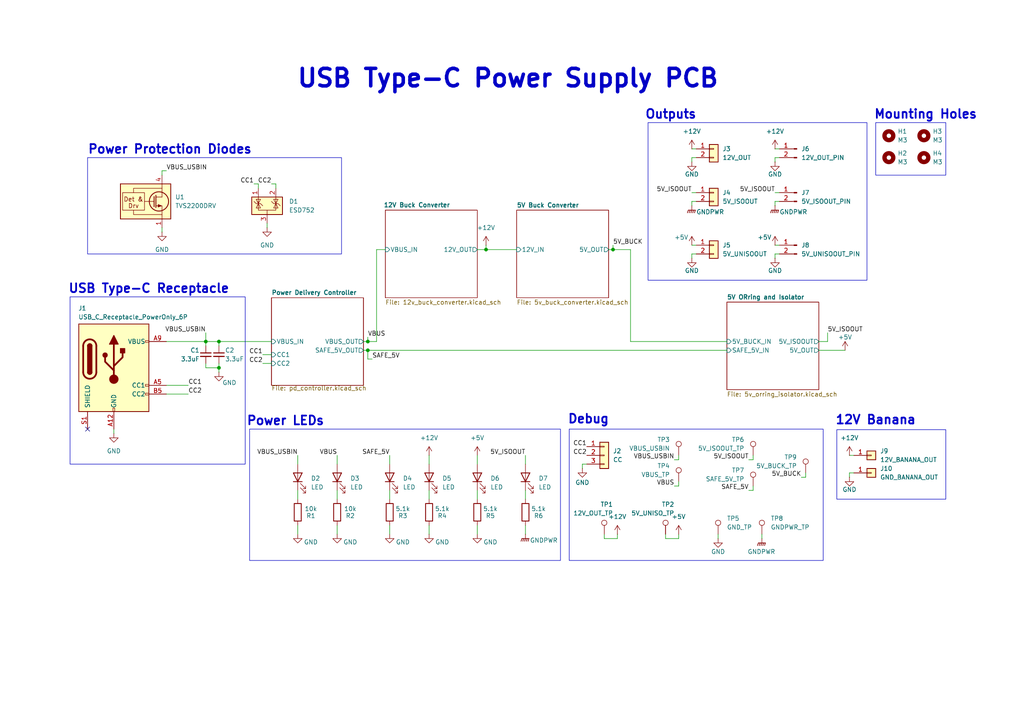
<source format=kicad_sch>
(kicad_sch (version 20231120) (generator "eeschema") (generator_version "8.0")
  (paper "A4")
  (title_block (title "USB Type-C Power Distribution Board") (company "Longhorn Racing Solar") (comment 1 "https://cloud.wikis.utexas.edu/wiki/x/-qKvAQ"))
  (lib_symbols
    (symbol "Connector:Conn_01x02_Pin" (pin_names (offset 1.016) hide)
      (property "Reference" "J" (at 0 2.54 0))
      (property "Value" "Conn_01x02_Pin" (at 0 -5.08 0))
      (symbol "Conn_01x02_Pin_1_1"
        (polyline (pts (xy 1.27 -2.54) (xy 0.8636 -2.54)) (stroke (width 0.1524)))
        (polyline (pts (xy 1.27 0) (xy 0.8636 0)) (stroke (width 0.1524)))
        (rectangle (start 0.8636 -2.413) (end 0 -2.667) (stroke (width 0.1524)) (fill (type outline)))
        (rectangle (start 0.8636 0.127) (end 0 -0.127) (stroke (width 0.1524)) (fill (type outline)))
        (pin passive line (at 5.08 0 180) (length 3.81) (name "Pin_1") (number "1"))
        (pin passive line (at 5.08 -2.54 180) (length 3.81) (name "Pin_2") (number "2"))
      )
    )
    (symbol "Connector:TestPoint" (pin_numbers hide) (pin_names (offset 0.762) hide)
      (property "Reference" "TP" (at 0 6.858 0))
      (property "Value" "TestPoint" (at 0 5.08 0))
      (symbol "TestPoint_0_1"
        (circle (center 0 3.302) (radius 0.762))
      )
      (symbol "TestPoint_1_1"
        (pin passive line (at 0 0 90) (length 2.54) (name "1") (number "1"))
      )
    )
    (symbol "Connector:USB_C_Receptacle_PowerOnly_6P" (pin_names (offset 1.016))
      (property "Reference" "J" (at 0 16.51 0))
      (property "Value" "USB_C_Receptacle_PowerOnly_6P" (at 0 13.97 0))
      (symbol "USB_C_Receptacle_PowerOnly_6P_0_0"
        (rectangle (start -0.254 -12.7) (end 0.254 -11.684))
        (rectangle (start 10.16 -7.366) (end 9.144 -7.874))
        (rectangle (start 10.16 -4.826) (end 9.144 -5.334))
        (rectangle (start 10.16 7.874) (end 9.144 7.366))
      )
      (symbol "USB_C_Receptacle_PowerOnly_6P_0_1"
        (rectangle (start -10.16 12.7) (end 10.16 -12.7) (stroke (width 0.254)) (fill (type background)))
        (arc (start -8.89 -1.27) (mid -6.985 -3.1667) (end -5.08 -1.27) (stroke (width 0.508)))
        (arc (start -7.62 -1.27) (mid -6.985 -1.9023) (end -6.35 -1.27) (stroke (width 0.254)))
        (arc (start -7.62 -1.27) (mid -6.985 -1.9023) (end -6.35 -1.27) (stroke (width 0.254)) (fill (type outline)))
        (rectangle (start -7.62 -1.27) (end -6.35 6.35) (stroke (width 0.254)) (fill (type outline)))
        (arc (start -6.35 6.35) (mid -6.985 6.9823) (end -7.62 6.35) (stroke (width 0.254)))
        (arc (start -6.35 6.35) (mid -6.985 6.9823) (end -7.62 6.35) (stroke (width 0.254)) (fill (type outline)))
        (arc (start -5.08 6.35) (mid -6.985 8.2467) (end -8.89 6.35) (stroke (width 0.508)))
        (circle (center -2.54 3.683) (radius 0.635) (stroke (width 0.254)) (fill (type outline)))
        (circle (center 0 -3.302) (radius 1.27) (fill (type outline)))
        (polyline (pts (xy -8.89 -1.27) (xy -8.89 6.35)) (stroke (width 0.508)))
        (polyline (pts (xy -5.08 6.35) (xy -5.08 -1.27)) (stroke (width 0.508)))
        (polyline (pts (xy 0 -3.302) (xy 0 6.858)) (stroke (width 0.508)))
        (polyline (pts (xy 0 -0.762) (xy -2.54 1.778) (xy -2.54 3.048)) (stroke (width 0.508)))
        (polyline (pts (xy 0 0.508) (xy 2.54 3.048) (xy 2.54 4.318)) (stroke (width 0.508)))
        (polyline (pts (xy -1.27 6.858) (xy 0 9.398) (xy 1.27 6.858) (xy -1.27 6.858)) (stroke (width 0.254)) (fill (type outline)))
        (rectangle (start 1.905 4.318) (end 3.175 5.588) (stroke (width 0.254)) (fill (type outline)))
      )
      (symbol "USB_C_Receptacle_PowerOnly_6P_1_1"
        (pin passive line (at 0 -17.78 90) (length 5.08) (name "GND") (number "A12"))
        (pin bidirectional line (at 15.24 -5.08 180) (length 5.08) (name "CC1") (number "A5"))
        (pin passive line (at 15.24 7.62 180) (length 5.08) (name "VBUS") (number "A9"))
        (pin passive line (at 0 -17.78 90) (length 5.08) hide (name "GND") (number "B12"))
        (pin bidirectional line (at 15.24 -7.62 180) (length 5.08) (name "CC2") (number "B5"))
        (pin passive line (at 15.24 7.62 180) (length 5.08) hide (name "VBUS") (number "B9"))
        (pin passive line (at -7.62 -17.78 90) (length 5.08) (name "SHIELD") (number "S1"))
      )
    )
    (symbol "Connector_Generic:Conn_01x01" (pin_names (offset 1.016) hide)
      (property "Reference" "J" (at 0 2.54 0))
      (property "Value" "Conn_01x01" (at 0 -2.54 0))
      (symbol "Conn_01x01_1_1"
        (rectangle (start -1.27 0.127) (end 0 -0.127) (stroke (width 0.1524)))
        (rectangle (start -1.27 1.27) (end 1.27 -1.27) (stroke (width 0.254)) (fill (type background)))
        (pin passive line (at -5.08 0 0) (length 3.81) (name "Pin_1") (number "1"))
      )
    )
    (symbol "Connector_Generic:Conn_01x02" (pin_names (offset 1.016) hide)
      (property "Reference" "J" (at 0 2.54 0))
      (property "Value" "Conn_01x02" (at 0 -5.08 0))
      (symbol "Conn_01x02_1_1"
        (rectangle (start -1.27 -2.413) (end 0 -2.667) (stroke (width 0.1524)))
        (rectangle (start -1.27 0.127) (end 0 -0.127) (stroke (width 0.1524)))
        (rectangle (start -1.27 1.27) (end 1.27 -3.81) (stroke (width 0.254)) (fill (type background)))
        (pin passive line (at -5.08 0 0) (length 3.81) (name "Pin_1") (number "1"))
        (pin passive line (at -5.08 -2.54 0) (length 3.81) (name "Pin_2") (number "2"))
      )
    )
    (symbol "Connector_Generic:Conn_01x03" (pin_names (offset 1.016) hide)
      (property "Reference" "J" (at 0 5.08 0))
      (property "Value" "Conn_01x03" (at 0 -5.08 0))
      (symbol "Conn_01x03_1_1"
        (rectangle (start -1.27 -2.413) (end 0 -2.667) (stroke (width 0.1524)))
        (rectangle (start -1.27 0.127) (end 0 -0.127) (stroke (width 0.1524)))
        (rectangle (start -1.27 2.667) (end 0 2.413) (stroke (width 0.1524)))
        (rectangle (start -1.27 3.81) (end 1.27 -3.81) (stroke (width 0.254)) (fill (type background)))
        (pin passive line (at -5.08 2.54 0) (length 3.81) (name "Pin_1") (number "1"))
        (pin passive line (at -5.08 0 0) (length 3.81) (name "Pin_2") (number "2"))
        (pin passive line (at -5.08 -2.54 0) (length 3.81) (name "Pin_3") (number "3"))
      )
    )
    (symbol "Device:C_Small" (pin_numbers hide) (pin_names (offset 0.254) hide)
      (property "Reference" "C" (at 0.254 1.778 0))
      (property "Value" "C_Small" (at 0.254 -2.032 0))
      (symbol "C_Small_0_1"
        (polyline (pts (xy -1.524 -0.508) (xy 1.524 -0.508)) (stroke (width 0.3302)))
        (polyline (pts (xy -1.524 0.508) (xy 1.524 0.508)) (stroke (width 0.3048)))
      )
      (symbol "C_Small_1_1"
        (pin passive line (at 0 2.54 270) (length 2.032) (name "~") (number "1"))
        (pin passive line (at 0 -2.54 90) (length 2.032) (name "~") (number "2"))
      )
    )
    (symbol "Device:LED" (pin_numbers hide) (pin_names (offset 1.016) hide)
      (property "Reference" "D" (at 0 2.54 0))
      (property "Value" "LED" (at 0 -2.54 0))
      (symbol "LED_0_1"
        (polyline (pts (xy -1.27 -1.27) (xy -1.27 1.27)) (stroke (width 0.254)))
        (polyline (pts (xy -1.27 0) (xy 1.27 0)))
        (polyline (pts (xy 1.27 -1.27) (xy 1.27 1.27) (xy -1.27 0) (xy 1.27 -1.27)) (stroke (width 0.254)))
        (polyline (pts (xy -3.048 -0.762) (xy -4.572 -2.286) (xy -3.81 -2.286) (xy -4.572 -2.286) (xy -4.572 -1.524)))
        (polyline (pts (xy -1.778 -0.762) (xy -3.302 -2.286) (xy -2.54 -2.286) (xy -3.302 -2.286) (xy -3.302 -1.524)))
      )
      (symbol "LED_1_1"
        (pin passive line (at -3.81 0 0) (length 2.54) (name "K") (number "1"))
        (pin passive line (at 3.81 0 180) (length 2.54) (name "A") (number "2"))
      )
    )
    (symbol "Device:R" (pin_numbers hide) (pin_names (offset 0))
      (property "Reference" "R" (at 2.032 0 90))
      (property "Value" "R" (at 0 0 90))
      (symbol "R_0_1"
        (rectangle (start -1.016 -2.54) (end 1.016 2.54) (stroke (width 0.254)))
      )
      (symbol "R_1_1"
        (pin passive line (at 0 3.81 270) (length 1.27) (name "~") (number "1"))
        (pin passive line (at 0 -3.81 90) (length 1.27) (name "~") (number "2"))
      )
    )
    (symbol "Mechanical:MountingHole" (pin_names (offset 1.016)) (exclude_from_sim yes) (in_bom no)
      (property "Reference" "H" (at 0 5.08 0))
      (property "Value" "MountingHole" (at 0 3.175 0))
      (symbol "MountingHole_0_1"
        (circle (center 0 0) (radius 1.27) (stroke (width 1.27)))
      )
    )
    (symbol "Power_Protection:NUP2105L" (pin_names hide)
      (property "Reference" "D" (at 5.715 2.54 0))
      (property "Value" "NUP2105L" (at 5.715 0.635 0))
      (symbol "NUP2105L_0_0"
        (pin passive line (at 0 -5.08 90) (length 2.54) (name "A") (number "3"))
      )
      (symbol "NUP2105L_0_1"
        (rectangle (start -4.445 2.54) (end 4.445 -2.54) (stroke (width 0.254)) (fill (type background)))
        (polyline (pts (xy -2.54 2.54) (xy -2.54 0.635)))
        (polyline (pts (xy 0 -1.27) (xy 0 -2.54)))
        (polyline (pts (xy 2.54 2.54) (xy 2.54 0.635)))
        (polyline (pts (xy -3.81 1.27) (xy -3.175 0.635) (xy -1.905 0.635) (xy -1.27 0)))
        (polyline (pts (xy -2.54 0.635) (xy -2.54 -1.27) (xy 2.54 -1.27) (xy 2.54 0.635)))
        (polyline (pts (xy -2.54 0.635) (xy -1.905 -0.635) (xy -3.175 -0.635) (xy -2.54 0.635)))
        (polyline (pts (xy 2.54 0.635) (xy 1.905 -0.635) (xy 3.175 -0.635) (xy 2.54 0.635)))
        (polyline (pts (xy 2.54 0.635) (xy 3.175 1.905) (xy 1.905 1.905) (xy 2.54 0.635)))
        (polyline (pts (xy -2.54 0.635) (xy -3.175 1.905) (xy -1.905 1.905) (xy -2.54 0.635) (xy -2.54 1.27)))
        (polyline (pts (xy 1.27 1.27) (xy 1.905 0.635) (xy 2.54 0.635) (xy 3.175 0.635) (xy 3.81 0)))
      )
      (symbol "NUP2105L_1_1"
        (pin passive line (at -2.54 5.08 270) (length 2.54) (name "K") (number "1"))
        (pin passive line (at 2.54 5.08 270) (length 2.54) (name "K") (number "2"))
      )
    )
    (symbol "Power_Protection:TVS2200DRV" (pin_names (offset 0) hide)
      (property "Reference" "U" (at 2.54 1.27 0))
      (property "Value" "TVS2200DRV" (at 2.54 -1.27 0))
      (symbol "TVS2200DRV_0_0"
        (rectangle (start -11.43 2.54) (end -5.08 -2.54))
        (polyline (pts (xy 0 1.27) (xy -1.778 1.27)))
        (polyline (pts (xy -8.255 -2.54) (xy -8.255 -3.81) (xy 0 -3.81)))
        (polyline (pts (xy -8.255 2.54) (xy -8.255 3.81) (xy 0 3.81)))
        (text "Det &" (at -8.255 0.635 0) (effects (font (size 1.27 1.27))))
        (text "Drv" (at -8.255 -1.27 0) (effects (font (size 1.27 1.27))))
      )
      (symbol "TVS2200DRV_0_1"
        (rectangle (start -12.065 5.08) (end 2.54 -5.08) (stroke (width 0.254)) (fill (type background)))
        (circle (center -0.889 0) (radius 2.794) (stroke (width 0.254)))
        (polyline (pts (xy -2.286 0) (xy -5.08 0)))
        (polyline (pts (xy -2.286 1.397) (xy -2.286 -1.524)) (stroke (width 0.254)))
        (polyline (pts (xy -1.778 1.778) (xy -1.778 -1.778)) (stroke (width 0.254)))
        (polyline (pts (xy 0 -2.54) (xy 0 -5.08)))
        (polyline (pts (xy 0 2.54) (xy 0 1.27)))
        (polyline (pts (xy 0 5.08) (xy 0 2.54)))
        (polyline (pts (xy 0 -2.54) (xy 0 -1.27) (xy -1.778 -1.27)))
        (polyline (pts (xy -0.127 -1.27) (xy -1.143 -1.651) (xy -1.143 -0.889) (xy -0.127 -1.27)) (fill (type outline)))
      )
      (symbol "TVS2200DRV_1_1"
        (pin power_in line (at 0 -7.62 90) (length 2.54) (name "GND") (number "1"))
        (pin passive line (at 0 -7.62 90) (length 2.54) hide (name "GND") (number "2"))
        (pin passive line (at 0 -7.62 90) (length 2.54) hide (name "GND") (number "3"))
        (pin passive line (at 0 7.62 270) (length 2.54) (name "IN") (number "4"))
        (pin passive line (at 0 7.62 270) (length 2.54) hide (name "IN") (number "5"))
        (pin passive line (at 0 7.62 270) (length 2.54) hide (name "IN") (number "6"))
        (pin passive line (at 0 -7.62 90) (length 2.54) hide (name "GND") (number "7"))
      )
    )
    (symbol "power:+12V" (power) (pin_numbers hide) (pin_names (offset 0) hide)
      (property "Value" "+12V" (at 0 3.556 0))
      (symbol "+12V_0_1"
        (polyline (pts (xy -0.762 1.27) (xy 0 2.54)))
        (polyline (pts (xy 0 0) (xy 0 2.54)))
        (polyline (pts (xy 0 2.54) (xy 0.762 1.27)))
      )
      (symbol "+12V_1_1"
        (pin power_in line (at 0 0 90) (length 0) (name "~") (number "1"))
      )
    )
    (symbol "power:+5V" (power) (pin_numbers hide) (pin_names (offset 0) hide)
      (property "Value" "+5V" (at 0 3.556 0))
      (symbol "+5V_0_1"
        (polyline (pts (xy -0.762 1.27) (xy 0 2.54)))
        (polyline (pts (xy 0 0) (xy 0 2.54)))
        (polyline (pts (xy 0 2.54) (xy 0.762 1.27)))
      )
      (symbol "+5V_1_1"
        (pin power_in line (at 0 0 90) (length 0) (name "~") (number "1"))
      )
    )
    (symbol "power:GND" (power) (pin_numbers hide) (pin_names (offset 0) hide)
      (property "Value" "GND" (at 0 -3.81 0))
      (symbol "GND_0_1"
        (polyline (pts (xy 0 0) (xy 0 -1.27) (xy 1.27 -1.27) (xy 0 -2.54) (xy -1.27 -1.27) (xy 0 -1.27)))
      )
      (symbol "GND_1_1"
        (pin power_in line (at 0 0 270) (length 0) (name "~") (number "1"))
      )
    )
    (symbol "power:GNDPWR" (power) (pin_numbers hide) (pin_names (offset 0) hide)
      (property "Value" "GNDPWR" (at 0 -3.302 0))
      (symbol "GNDPWR_0_1"
        (polyline (pts (xy 0 -1.27) (xy 0 0)))
        (polyline (pts (xy -1.016 -1.27) (xy -1.27 -2.032) (xy -1.27 -2.032)) (stroke (width 0.2032)))
        (polyline (pts (xy -0.508 -1.27) (xy -0.762 -2.032) (xy -0.762 -2.032)) (stroke (width 0.2032)))
        (polyline (pts (xy 0 -1.27) (xy -0.254 -2.032) (xy -0.254 -2.032)) (stroke (width 0.2032)))
        (polyline (pts (xy 0.508 -1.27) (xy 0.254 -2.032) (xy 0.254 -2.032)) (stroke (width 0.2032)))
        (polyline (pts (xy 1.016 -1.27) (xy -1.016 -1.27) (xy -1.016 -1.27)) (stroke (width 0.2032)))
        (polyline (pts (xy 1.016 -1.27) (xy 0.762 -2.032) (xy 0.762 -2.032) (xy 0.762 -2.032)) (stroke (width 0.2032)))
      )
      (symbol "GNDPWR_1_1"
        (pin power_in line (at 0 0 270) (length 0) (name "~") (number "1"))
      )
    )
  )
  (junction (at 177.8 72.39))
  (junction (at 140.97 72.39))
  (junction (at 106.68 99.06))
  (junction (at 59.69 99.06))
  (junction (at 63.5 99.06))
  (junction (at 63.5 106.68))
  (junction (at 106.68 101.6))
  (no_connect (at 25.4 124.46))
  (wire (pts (xy 182.88 72.39) (xy 182.88 99.06)))
  (wire (pts (xy 124.46 132.08) (xy 124.46 134.62)))
  (wire (pts (xy 48.26 99.06) (xy 59.69 99.06)))
  (wire (pts (xy 182.88 99.06) (xy 210.82 99.06)))
  (wire (pts (xy 247.65 137.16) (xy 246.38 137.16)))
  (wire (pts (xy 224.79 45.72) (xy 224.79 46.99)))
  (wire (pts (xy 54.61 114.3) (xy 48.26 114.3)))
  (wire (pts (xy 48.26 49.53) (xy 46.99 49.53)))
  (wire (pts (xy 226.06 58.42) (xy 224.79 58.42)))
  (wire (pts (xy 109.22 72.39) (xy 111.76 72.39)))
  (wire (pts (xy 63.5 99.06) (xy 59.69 99.06)))
  (wire (pts (xy 76.2 102.87) (xy 78.74 102.87)))
  (wire (pts (xy 63.5 99.06) (xy 78.74 99.06)))
  (wire (pts (xy 246.38 132.08) (xy 247.65 132.08)))
  (wire (pts (xy 138.43 132.08) (xy 138.43 134.62)))
  (wire (pts (xy 179.07 154.94) (xy 179.07 156.21)))
  (wire (pts (xy 73.66 53.34) (xy 74.93 53.34)))
  (wire (pts (xy 218.44 132.08) (xy 218.44 133.35)))
  (wire (pts (xy 201.93 71.12) (xy 200.66 71.12)))
  (wire (pts (xy 177.8 72.39) (xy 177.8 71.12)))
  (wire (pts (xy 233.68 137.16) (xy 233.68 138.43)))
  (wire (pts (xy 196.85 156.21) (xy 193.04 156.21)))
  (wire (pts (xy 218.44 133.35) (xy 217.17 133.35)))
  (wire (pts (xy 138.43 152.4) (xy 138.43 154.94)))
  (wire (pts (xy 140.97 72.39) (xy 149.86 72.39)))
  (wire (pts (xy 240.03 99.06) (xy 237.49 99.06)))
  (wire (pts (xy 124.46 142.24) (xy 124.46 144.78)))
  (wire (pts (xy 200.66 45.72) (xy 201.93 45.72)))
  (wire (pts (xy 106.68 99.06) (xy 105.41 99.06)))
  (wire (pts (xy 196.85 154.94) (xy 196.85 156.21)))
  (wire (pts (xy 226.06 73.66) (xy 224.79 73.66)))
  (wire (pts (xy 193.04 154.94) (xy 193.04 156.21)))
  (wire (pts (xy 152.4 132.08) (xy 152.4 134.62)))
  (wire (pts (xy 175.26 156.21) (xy 175.26 154.94)))
  (wire (pts (xy 176.53 72.39) (xy 177.8 72.39)))
  (wire (pts (xy 138.43 142.24) (xy 138.43 144.78)))
  (wire (pts (xy 226.06 45.72) (xy 224.79 45.72)))
  (wire (pts (xy 200.66 58.42) (xy 201.93 58.42)))
  (wire (pts (xy 224.79 43.18) (xy 226.06 43.18)))
  (wire (pts (xy 106.68 97.79) (xy 106.68 99.06)))
  (wire (pts (xy 106.68 101.6) (xy 105.41 101.6)))
  (wire (pts (xy 113.03 132.08) (xy 113.03 134.62)))
  (wire (pts (xy 97.79 142.24) (xy 97.79 144.78)))
  (wire (pts (xy 63.5 99.06) (xy 63.5 100.33)))
  (wire (pts (xy 224.79 58.42) (xy 224.79 59.69)))
  (wire (pts (xy 237.49 101.6) (xy 245.11 101.6)))
  (wire (pts (xy 200.66 73.66) (xy 200.66 74.93)))
  (wire (pts (xy 240.03 96.52) (xy 240.03 99.06)))
  (wire (pts (xy 33.02 124.46) (xy 33.02 125.73)))
  (wire (pts (xy 78.74 53.34) (xy 80.01 53.34)))
  (wire (pts (xy 179.07 156.21) (xy 175.26 156.21)))
  (wire (pts (xy 63.5 107.95) (xy 63.5 106.68)))
  (wire (pts (xy 59.69 96.52) (xy 59.69 99.06)))
  (wire (pts (xy 86.36 152.4) (xy 86.36 154.94)))
  (wire (pts (xy 97.79 132.08) (xy 97.79 134.62)))
  (wire (pts (xy 168.91 134.62) (xy 168.91 135.89)))
  (wire (pts (xy 246.38 137.16) (xy 246.38 138.43)))
  (wire (pts (xy 106.68 101.6) (xy 210.82 101.6)))
  (wire (pts (xy 170.18 134.62) (xy 168.91 134.62)))
  (wire (pts (xy 218.44 142.24) (xy 217.17 142.24)))
  (wire (pts (xy 195.58 133.35) (xy 196.85 133.35)))
  (wire (pts (xy 97.79 152.4) (xy 97.79 154.94)))
  (wire (pts (xy 46.99 66.04) (xy 46.99 67.31)))
  (wire (pts (xy 107.95 104.14) (xy 106.68 104.14)))
  (wire (pts (xy 77.47 64.77) (xy 77.47 66.04)))
  (wire (pts (xy 200.66 45.72) (xy 200.66 46.99)))
  (wire (pts (xy 152.4 152.4) (xy 152.4 154.94)))
  (wire (pts (xy 218.44 140.97) (xy 218.44 142.24)))
  (wire (pts (xy 200.66 58.42) (xy 200.66 59.69)))
  (wire (pts (xy 200.66 43.18) (xy 201.93 43.18)))
  (wire (pts (xy 113.03 142.24) (xy 113.03 144.78)))
  (wire (pts (xy 177.8 72.39) (xy 182.88 72.39)))
  (wire (pts (xy 196.85 133.35) (xy 196.85 132.08)))
  (wire (pts (xy 124.46 152.4) (xy 124.46 154.94)))
  (wire (pts (xy 224.79 73.66) (xy 224.79 74.93)))
  (wire (pts (xy 46.99 49.53) (xy 46.99 50.8)))
  (wire (pts (xy 200.66 55.88) (xy 201.93 55.88)))
  (wire (pts (xy 54.61 111.76) (xy 48.26 111.76)))
  (wire (pts (xy 196.85 139.7) (xy 196.85 140.97)))
  (wire (pts (xy 224.79 71.12) (xy 226.06 71.12)))
  (wire (pts (xy 74.93 53.34) (xy 74.93 54.61)))
  (wire (pts (xy 109.22 72.39) (xy 109.22 99.06)))
  (wire (pts (xy 63.5 106.68) (xy 59.69 106.68)))
  (wire (pts (xy 140.97 71.12) (xy 140.97 72.39)))
  (wire (pts (xy 59.69 105.41) (xy 59.69 106.68)))
  (wire (pts (xy 220.98 154.94) (xy 220.98 156.21)))
  (wire (pts (xy 76.2 105.41) (xy 78.74 105.41)))
  (wire (pts (xy 59.69 99.06) (xy 59.69 100.33)))
  (wire (pts (xy 196.85 140.97) (xy 195.58 140.97)))
  (wire (pts (xy 80.01 53.34) (xy 80.01 54.61)))
  (wire (pts (xy 208.28 154.94) (xy 208.28 156.21)))
  (wire (pts (xy 152.4 142.24) (xy 152.4 144.78)))
  (wire (pts (xy 106.68 104.14) (xy 106.68 101.6)))
  (wire (pts (xy 224.79 55.88) (xy 226.06 55.88)))
  (wire (pts (xy 233.68 138.43) (xy 232.41 138.43)))
  (wire (pts (xy 63.5 105.41) (xy 63.5 106.68)))
  (wire (pts (xy 138.43 72.39) (xy 140.97 72.39)))
  (wire (pts (xy 86.36 142.24) (xy 86.36 144.78)))
  (wire (pts (xy 109.22 99.06) (xy 106.68 99.06)))
  (wire (pts (xy 201.93 73.66) (xy 200.66 73.66)))
  (wire (pts (xy 113.03 152.4) (xy 113.03 154.94)))
  (wire (pts (xy 86.36 132.08) (xy 86.36 134.62)))
  (rectangle (start 242.7107 124.6195) (end 274.32 144.78))
  (rectangle (start 20.32 86.106) (end 71.12 134.62))
  (rectangle (start 72.39 124.46) (end 162.56 162.56))
  (rectangle (start 165.1 124.46) (end 238.76 162.56))
  (rectangle (start 25.4 45.72) (end 99.06 73.66))
  (rectangle (start 254 35.56) (end 274.32 50.8))
  (rectangle (start 187.96 35.56) (end 251.46 81.28))
  (text "Outputs" (at 194.564 33.274 0) (effects (font (size 2.54 2.54) (bold yes))))
  (text "Mounting Holes" (at 268.478 33.274 0) (effects (font (size 2.54 2.54) (bold yes))))
  (text "Debug" (at 170.688 121.666 0) (effects (font (size 2.54 2.54) (bold yes))))
  (text "Power LEDs" (at 82.804 122.174 0) (effects (font (size 2.54 2.54) (bold yes))))
  (text "USB Type-C Power Supply PCB" (at 147.32 22.86 0) (effects (font (size 5.08 5.08) (bold yes))))
  (text "USB Type-C Receptacle" (at 43.18 83.82 0) (effects (font (size 2.54 2.54) (bold yes))))
  (text "12V Banana" (at 254 121.92 0) (effects (font (size 2.54 2.54) (bold yes))))
  (text "Power Protection Diodes" (at 49.276 43.434 0) (effects (font (size 2.54 2.54) (bold yes))))
  (label "5V_ISOOUT" (at 200.66 55.88 180))
  (label "CC1" (at 170.18 129.54 180))
  (label "5V_ISOOUT" (at 217.17 133.35 180))
  (label "SAFE_5V" (at 107.95 104.14 0))
  (label "VBUS_USBIN" (at 48.26 49.53 0))
  (label "VBUS_USBIN" (at 86.36 132.08 180))
  (label "CC2" (at 170.18 132.08 180))
  (label "CC2" (at 54.61 114.3 0))
  (label "CC2" (at 76.2 105.41 180))
  (label "CC1" (at 54.61 111.76 0))
  (label "SAFE_5V" (at 113.03 132.08 180))
  (label "CC2" (at 78.74 53.34 180))
  (label "VBUS_USBIN" (at 195.58 133.35 180))
  (label "5V_ISOOUT" (at 224.79 55.88 180))
  (label "VBUS" (at 195.58 140.97 180))
  (label "5V_ISOOUT" (at 240.03 96.52 0))
  (label "5V_BUCK" (at 177.8 71.12 0))
  (label "SAFE_5V" (at 217.17 142.24 180))
  (label "5V_BUCK" (at 232.41 138.43 180))
  (label "5V_ISOOUT" (at 152.4 132.08 180))
  (label "VBUS_USBIN" (at 59.69 96.52 180))
  (label "VBUS" (at 106.68 97.79 0))
  (label "VBUS" (at 97.79 132.08 180))
  (label "CC1" (at 73.66 53.34 180))
  (label "CC1" (at 76.2 102.87 180))
  (symbol (lib_id "Connector_Generic:Conn_01x03") (at 175.26 132.08 0) (unit 1)
    (property "Reference" "J2" (at 177.8 130.8099 0) (effects (justify left)))
    (property "Value" "CC" (at 177.8 133.3499 0) (effects (justify left)))
    (property "Footprint" "Connector_PinHeader_2.54mm:PinHeader_1x03_P2.54mm_Vertical" (effects (hide yes)))
    (property "Description" "Generic connector, single row, 01x03, script generated (kicad-library-utils/schlib/autogen/connector/)" (effects (hide yes)))
  )
  (symbol (lib_id "Connector:Conn_01x02_Pin") (at 231.14 43.18 0) (mirror y) (unit 1)
    (property "Reference" "J6" (at 232.41 43.1799 0) (effects (justify right)))
    (property "Value" "12V_OUT_PIN" (at 232.41 45.7199 0) (effects (justify right)))
    (property "Footprint" "Connector_PinHeader_2.54mm:PinHeader_1x02_P2.54mm_Vertical" (effects (hide yes)))
    (property "Description" "Generic connector, single row, 01x02, script generated" (effects (hide yes)))
  )
  (symbol (lib_id "Connector:TestPoint") (at 196.85 139.7 0) (mirror y) (unit 1)
    (property "Reference" "TP4" (at 194.31 135.1279 0) (effects (justify left)))
    (property "Value" "VBUS_TP" (at 194.31 137.6679 0) (effects (justify left)))
    (property "Footprint" "TestPoint:TestPoint_Pad_D2.5mm" (effects (hide yes)))
    (property "Description" "test point" (effects (hide yes)))
  )
  (symbol (lib_id "Connector:TestPoint") (at 218.44 140.97 0) (mirror y) (unit 1)
    (property "Reference" "TP7" (at 215.9 136.3979 0) (effects (justify left)))
    (property "Value" "SAFE_5V_TP" (at 215.9 138.9379 0) (effects (justify left)))
    (property "Footprint" "TestPoint:TestPoint_Pad_D2.5mm" (effects (hide yes)))
    (property "Description" "test point" (effects (hide yes)))
  )
  (symbol (lib_id "Connector_Generic:Conn_01x02") (at 207.01 43.18 0) (unit 1)
    (property "Reference" "J3" (at 209.55 43.1799 0) (effects (justify left)))
    (property "Value" "12V_OUT" (at 209.55 45.72 0) (effects (justify left)))
    (property "Footprint" "UTSVT_Connectors:Molex_MicroFit3.0_1x2xP3.00mm_PolarizingPeg_Vertical" (effects (hide yes)))
    (property "Description" "Generic connector, single row, 01x02, script generated (kicad-library-utils/schlib/autogen/connector/)" (effects (hide yes)))
    (property "Manufacturer_Name" "Molex" (effects (hide yes)))
    (property "Mouser Part Number" "436500215" (effects (hide yes)))
  )
  (symbol (lib_id "Device:C_Small") (at 59.69 102.87 0) (mirror y) (unit 1)
    (property "Reference" "C1" (at 57.912 101.6 0) (effects (justify left)))
    (property "Value" "3.3uF" (at 57.912 104.14 0) (effects (justify left)))
    (property "Footprint" "Capacitor_SMD:C_0805_2012Metric" (effects (hide yes)))
    (property "Description" "Unpolarized capacitor, small symbol" (effects (hide yes)))
    (property "Mouser Part Number" "C2012X5R1H335K125AB" (effects (hide yes)))
    (property "Vdc" "50V" (effects (hide yes)))
    (property "Manufacturer_Name" "TDK" (effects (hide yes)))
  )
  (symbol (lib_id "power:+12V") (at 140.97 71.12 0) (unit 1)
    (property "Reference" "#PWR012" (effects (hide yes)))
    (property "Value" "+12V" (at 140.97 66.04 0))
    (property "Description" "Power symbol creates a global label with name \"+12V\"" (effects (hide yes)))
  )
  (symbol (lib_id "power:GND") (at 113.03 154.94 0) (unit 1)
    (property "Reference" "#PWR07" (effects (hide yes)))
    (property "Value" "GND" (at 116.84 157.226 0))
    (property "Description" "Power symbol creates a global label with name \"GND\" , ground" (effects (hide yes)))
  )
  (symbol (lib_id "Connector:TestPoint") (at 218.44 132.08 0) (mirror y) (unit 1)
    (property "Reference" "TP6" (at 215.9 127.5079 0) (effects (justify left)))
    (property "Value" "5V_ISOOUT_TP" (at 215.9 130.0479 0) (effects (justify left)))
    (property "Footprint" "TestPoint:TestPoint_Pad_D2.5mm" (effects (hide yes)))
    (property "Description" "test point" (effects (hide yes)))
  )
  (symbol (lib_id "power:GND") (at 124.46 154.94 0) (unit 1)
    (property "Reference" "#PWR09" (effects (hide yes)))
    (property "Value" "GND" (at 128.27 157.226 0))
    (property "Description" "Power symbol creates a global label with name \"GND\" , ground" (effects (hide yes)))
  )
  (symbol (lib_id "power:+5V") (at 224.79 71.12 0) (unit 1)
    (property "Reference" "#PWR027" (effects (hide yes)))
    (property "Value" "+5V" (at 221.742 68.834 0))
    (property "Description" "Power symbol creates a global label with name \"+5V\"" (effects (hide yes)))
  )
  (symbol (lib_id "power:GND") (at 97.79 154.94 0) (unit 1)
    (property "Reference" "#PWR06" (effects (hide yes)))
    (property "Value" "GND" (at 101.6 157.226 0))
    (property "Description" "Power symbol creates a global label with name \"GND\" , ground" (effects (hide yes)))
  )
  (symbol (lib_id "Connector_Generic:Conn_01x01") (at 252.73 137.16 0) (unit 1)
    (property "Reference" "J10" (at 255.27 135.8899 0) (effects (justify left)))
    (property "Value" "GND_BANANA_OUT" (at 255.27 138.4299 0) (effects (justify left)))
    (property "Footprint" "UTSVT_Connectors:Banana_Jack_Horizontal" (effects (hide yes)))
    (property "Description" "Generic connector, single row, 01x01, script generated (kicad-library-utils/schlib/autogen/connector/)" (effects (hide yes)))
    (property "Manufacturer_Name" "Pomona Electronics" (effects (hide yes)))
    (property "Mouser Part Number" " 73099-0 " (effects (hide yes)))
  )
  (symbol (lib_id "power:GND") (at 224.79 46.99 0) (unit 1)
    (property "Reference" "#PWR025" (effects (hide yes)))
    (property "Value" "GND" (at 224.79 50.546 0))
    (property "Description" "Power symbol creates a global label with name \"GND\" , ground" (effects (hide yes)))
  )
  (symbol (lib_id "Connector:Conn_01x02_Pin") (at 231.14 55.88 0) (mirror y) (unit 1)
    (property "Reference" "J7" (at 232.41 55.8799 0) (effects (justify right)))
    (property "Value" "5V_ISOOUT_PIN" (at 232.41 58.4199 0) (effects (justify right)))
    (property "Footprint" "Connector_PinHeader_2.54mm:PinHeader_1x02_P2.54mm_Vertical" (effects (hide yes)))
    (property "Description" "Generic connector, single row, 01x02, script generated" (effects (hide yes)))
  )
  (symbol (lib_id "power:GND") (at 200.66 74.93 0) (unit 1)
    (property "Reference" "#PWR021" (effects (hide yes)))
    (property "Value" "GND" (at 200.66 78.486 0))
    (property "Description" "Power symbol creates a global label with name \"GND\" , ground" (effects (hide yes)))
  )
  (symbol (lib_id "Connector:TestPoint") (at 233.68 137.16 0) (mirror y) (unit 1)
    (property "Reference" "TP9" (at 231.14 132.5879 0) (effects (justify left)))
    (property "Value" "5V_BUCK_TP" (at 231.14 135.1279 0) (effects (justify left)))
    (property "Footprint" "TestPoint:TestPoint_Pad_D2.5mm" (effects (hide yes)))
    (property "Description" "test point" (effects (hide yes)))
  )
  (symbol (lib_id "Connector:TestPoint") (at 196.85 132.08 0) (mirror y) (unit 1)
    (property "Reference" "TP3" (at 194.31 127.5079 0) (effects (justify left)))
    (property "Value" "VBUS_USBIN" (at 194.31 130.0479 0) (effects (justify left)))
    (property "Footprint" "TestPoint:TestPoint_Pad_D2.5mm" (effects (hide yes)))
    (property "Description" "test point" (effects (hide yes)))
  )
  (symbol (lib_id "power:GNDPWR") (at 224.79 59.69 0) (unit 1)
    (property "Reference" "#PWR026" (effects (hide yes)))
    (property "Value" "GNDPWR" (at 230.124 61.468 0))
    (property "Description" "Power symbol creates a global label with name \"GNDPWR\" , global ground" (effects (hide yes)))
  )
  (symbol (lib_id "power:+12V") (at 179.07 154.94 0) (mirror y) (unit 1)
    (property "Reference" "#PWR015" (effects (hide yes)))
    (property "Value" "+12V" (at 179.07 149.86 0))
    (property "Description" "Power symbol creates a global label with name \"+12V\"" (effects (hide yes)))
  )
  (symbol (lib_id "Connector:TestPoint") (at 220.98 154.94 0) (unit 1)
    (property "Reference" "TP8" (at 223.52 150.3679 0) (effects (justify left)))
    (property "Value" "GNDPWR_TP" (at 223.52 152.9079 0) (effects (justify left)))
    (property "Footprint" "TestPoint:TestPoint_Pad_D2.5mm" (effects (hide yes)))
    (property "Description" "test point" (effects (hide yes)))
  )
  (symbol (lib_id "Device:LED") (at 113.03 138.43 90) (unit 1)
    (property "Reference" "D4" (at 116.84 138.7474 90) (effects (justify right)))
    (property "Value" "LED" (at 116.84 141.2874 90) (effects (justify right)))
    (property "Footprint" "LED_SMD:LED_0805_2012Metric" (effects (hide yes)))
    (property "Datasheet" "https://www.mouser.com/datasheet/2/216/APTD2012LCGCK-1102037.pdf" (effects (hide yes)))
    (property "Description" "Light emitting diode" (effects (hide yes)))
    (property "Mouser Part Number" "604-APTD2012LCGCK" (effects (hide yes)))
    (property "If" "2mA" (effects (hide yes)))
    (property "Vf" "1.9V" (effects (hide yes)))
    (property "Manufacturer_Name" "Kingbright" (effects (hide yes)))
  )
  (symbol (lib_id "Mechanical:MountingHole") (at 257.81 39.37 0) (unit 1) (exclude_from_sim yes) (in_bom no)
    (property "Reference" "H1" (at 260.35 38.0999 0) (effects (justify left)))
    (property "Value" "M3" (at 260.35 40.6399 0) (effects (justify left)))
    (property "Footprint" "MountingHole:MountingHole_3.2mm_M3" (effects (hide yes)))
    (property "Description" "Mounting Hole without connection" (effects (hide yes)))
  )
  (symbol (lib_id "power:GND") (at 86.36 154.94 0) (unit 1)
    (property "Reference" "#PWR05" (effects (hide yes)))
    (property "Value" "GND" (at 90.17 157.226 0))
    (property "Description" "Power symbol creates a global label with name \"GND\" , ground" (effects (hide yes)))
  )
  (symbol (lib_id "Connector:TestPoint") (at 193.04 154.94 0) (mirror y) (unit 1)
    (property "Reference" "TP2" (at 195.58 146.304 0) (effects (justify left)))
    (property "Value" "5V_UNISO_TP" (at 195.58 148.844 0) (effects (justify left)))
    (property "Footprint" "TestPoint:TestPoint_Pad_D2.5mm" (effects (hide yes)))
    (property "Description" "test point" (effects (hide yes)))
  )
  (symbol (lib_id "Power_Protection:NUP2105L") (at 77.47 59.69 0) (unit 1)
    (property "Reference" "D1" (at 83.82 58.4199 0) (effects (justify left)))
    (property "Value" "ESD752" (at 83.82 60.9599 0) (effects (justify left)))
    (property "Footprint" "Package_TO_SOT_SMD:SOT-23" (effects (hide yes)))
    (property "Datasheet" "https://www.ti.com/lit/ds/symlink/esd752.pdf?ts=1725115829314&ref_url=https%253A%252F%252Fwww.mouser.com%252F" (effects (hide yes)))
    (property "Description" "Dual, 3-pF, ±24-V, ±30-kV ESD protection diode with 8/20-µS surge" (effects (hide yes)))
    (property "Manufacturer_Name" "Texas Instruments" (effects (hide yes)))
    (property "Mouser Part Number" " 595-ESD752DBZR " (effects (hide yes)))
  )
  (symbol (lib_id "power:+12V") (at 200.66 43.18 0) (unit 1)
    (property "Reference" "#PWR017" (effects (hide yes)))
    (property "Value" "+12V" (at 200.66 38.1 0))
    (property "Description" "Power symbol creates a global label with name \"+12V\"" (effects (hide yes)))
  )
  (symbol (lib_id "power:GND") (at 138.43 154.94 0) (unit 1)
    (property "Reference" "#PWR011" (effects (hide yes)))
    (property "Value" "GND" (at 142.24 157.226 0))
    (property "Description" "Power symbol creates a global label with name \"GND\" , ground" (effects (hide yes)))
  )
  (symbol (lib_id "power:GNDPWR") (at 200.66 59.69 0) (unit 1)
    (property "Reference" "#PWR019" (effects (hide yes)))
    (property "Value" "GNDPWR" (at 205.994 61.468 0))
    (property "Description" "Power symbol creates a global label with name \"GNDPWR\" , global ground" (effects (hide yes)))
  )
  (symbol (lib_id "Mechanical:MountingHole") (at 257.81 45.72 0) (unit 1) (exclude_from_sim yes) (in_bom no)
    (property "Reference" "H2" (at 260.35 44.4499 0) (effects (justify left)))
    (property "Value" "M3" (at 260.35 46.9899 0) (effects (justify left)))
    (property "Footprint" "MountingHole:MountingHole_3.2mm_M3" (effects (hide yes)))
    (property "Description" "Mounting Hole without connection" (effects (hide yes)))
  )
  (symbol (lib_id "power:+5V") (at 200.66 71.12 0) (unit 1)
    (property "Reference" "#PWR020" (effects (hide yes)))
    (property "Value" "+5V" (at 197.612 68.834 0))
    (property "Description" "Power symbol creates a global label with name \"+5V\"" (effects (hide yes)))
  )
  (symbol (lib_id "Device:LED") (at 86.36 138.43 90) (unit 1)
    (property "Reference" "D2" (at 90.17 138.7474 90) (effects (justify right)))
    (property "Value" "LED" (at 90.17 141.2874 90) (effects (justify right)))
    (property "Footprint" "LED_SMD:LED_0805_2012Metric" (effects (hide yes)))
    (property "Datasheet" "https://www.mouser.com/datasheet/2/216/APTD2012LCGCK-1102037.pdf" (effects (hide yes)))
    (property "Description" "Light emitting diode" (effects (hide yes)))
    (property "Mouser Part Number" "604-APTD2012LCGCK" (effects (hide yes)))
    (property "If" "2mA" (effects (hide yes)))
    (property "Vf" "1.9V" (effects (hide yes)))
    (property "Manufacturer_Name" "Kingbright" (effects (hide yes)))
  )
  (symbol (lib_id "Device:C_Small") (at 63.5 102.87 0) (unit 1)
    (property "Reference" "C2" (at 65.278 101.6 0) (effects (justify left)))
    (property "Value" "3.3uF" (at 65.278 104.14 0) (effects (justify left)))
    (property "Footprint" "Capacitor_SMD:C_0805_2012Metric" (effects (hide yes)))
    (property "Description" "Unpolarized capacitor, small symbol" (effects (hide yes)))
    (property "Mouser Part Number" "C2012X5R1H335K125AB" (effects (hide yes)))
    (property "Vdc" "50V" (effects (hide yes)))
    (property "Manufacturer_Name" "TDK" (effects (hide yes)))
  )
  (symbol (lib_id "Mechanical:MountingHole") (at 267.97 39.37 0) (unit 1) (exclude_from_sim yes) (in_bom no)
    (property "Reference" "H3" (at 270.51 38.0999 0) (effects (justify left)))
    (property "Value" "M3" (at 270.51 40.6399 0) (effects (justify left)))
    (property "Footprint" "MountingHole:MountingHole_3.2mm_M3" (effects (hide yes)))
    (property "Description" "Mounting Hole without connection" (effects (hide yes)))
  )
  (symbol (lib_id "Device:R") (at 138.43 148.59 180) (unit 1)
    (property "Reference" "R5" (at 142.24 149.606 0))
    (property "Value" "5.1k" (at 142.24 147.574 0))
    (property "Footprint" "Resistor_SMD:R_0805_2012Metric" (effects (hide yes)))
    (property "Description" "Resistor" (effects (hide yes)))
    (property "Mouser Part Number" "CRCW08055K10FKEAC " (effects (hide yes)))
    (property "Manufacturer_Name" "VISHAY" (effects (hide yes)))
  )
  (symbol (lib_id "Connector_Generic:Conn_01x01") (at 252.73 132.08 0) (unit 1)
    (property "Reference" "J9" (at 255.27 130.8099 0) (effects (justify left)))
    (property "Value" "12V_BANANA_OUT" (at 255.27 133.3499 0) (effects (justify left)))
    (property "Footprint" "UTSVT_Connectors:Banana_Jack_Horizontal" (effects (hide yes)))
    (property "Description" "Generic connector, single row, 01x01, script generated (kicad-library-utils/schlib/autogen/connector/)" (effects (hide yes)))
    (property "Manufacturer_Name" "Pomona Electronics" (effects (hide yes)))
    (property "Mouser Part Number" " 73099-2 " (effects (hide yes)))
  )
  (symbol (lib_id "power:GND") (at 208.28 156.21 0) (unit 1)
    (property "Reference" "#PWR022" (effects (hide yes)))
    (property "Value" "GND" (at 208.28 160.02 0))
    (property "Description" "Power symbol creates a global label with name \"GND\" , ground" (effects (hide yes)))
  )
  (symbol (lib_id "power:GND") (at 246.38 138.43 0) (unit 1)
    (property "Reference" "#PWR031" (effects (hide yes)))
    (property "Value" "GND" (at 246.38 141.986 0))
    (property "Description" "Power symbol creates a global label with name \"GND\" , ground" (effects (hide yes)))
  )
  (symbol (lib_id "Connector:Conn_01x02_Pin") (at 231.14 71.12 0) (mirror y) (unit 1)
    (property "Reference" "J8" (at 232.41 71.1199 0) (effects (justify right)))
    (property "Value" "5V_UNISOOUT_PIN" (at 232.41 73.6599 0) (effects (justify right)))
    (property "Footprint" "Connector_PinHeader_2.54mm:PinHeader_1x02_P2.54mm_Vertical" (effects (hide yes)))
    (property "Description" "Generic connector, single row, 01x02, script generated" (effects (hide yes)))
  )
  (symbol (lib_id "power:GND") (at 63.5 107.95 0) (unit 1)
    (property "Reference" "#PWR03" (effects (hide yes)))
    (property "Value" "GND" (at 66.548 110.998 0))
    (property "Description" "Power symbol creates a global label with name \"GND\" , ground" (effects (hide yes)))
  )
  (symbol (lib_id "Device:R") (at 152.4 148.59 180) (unit 1)
    (property "Reference" "R6" (at 156.21 149.606 0))
    (property "Value" "5.1k" (at 156.21 147.574 0))
    (property "Footprint" "Resistor_SMD:R_0805_2012Metric" (effects (hide yes)))
    (property "Description" "Resistor" (effects (hide yes)))
    (property "Mouser Part Number" "CRCW08055K10FKEAC " (effects (hide yes)))
    (property "Manufacturer_Name" "VISHAY" (effects (hide yes)))
  )
  (symbol (lib_id "power:GNDPWR") (at 220.98 156.21 0) (unit 1)
    (property "Reference" "#PWR023" (effects (hide yes)))
    (property "Value" "GNDPWR" (at 220.853 160.02 0))
    (property "Description" "Power symbol creates a global label with name \"GNDPWR\" , global ground" (effects (hide yes)))
  )
  (symbol (lib_id "power:+5V") (at 196.85 154.94 0) (mirror y) (unit 1)
    (property "Reference" "#PWR016" (effects (hide yes)))
    (property "Value" "+5V" (at 196.85 149.86 0))
    (property "Description" "Power symbol creates a global label with name \"+5V\"" (effects (hide yes)))
  )
  (symbol (lib_id "power:+5V") (at 245.11 101.6 0) (unit 1)
    (property "Reference" "#PWR029" (effects (hide yes)))
    (property "Value" "+5V" (at 245.11 97.79 0))
    (property "Description" "Power symbol creates a global label with name \"+5V\"" (effects (hide yes)))
  )
  (symbol (lib_id "Connector:TestPoint") (at 175.26 154.94 0) (mirror y) (unit 1)
    (property "Reference" "TP1" (at 177.8 146.304 0) (effects (justify left)))
    (property "Value" "12V_OUT_TP" (at 177.8 148.844 0) (effects (justify left)))
    (property "Footprint" "TestPoint:TestPoint_Pad_D2.5mm" (effects (hide yes)))
    (property "Description" "test point" (effects (hide yes)))
  )
  (symbol (lib_id "power:GND") (at 200.66 46.99 0) (unit 1)
    (property "Reference" "#PWR018" (effects (hide yes)))
    (property "Value" "GND" (at 200.66 50.546 0))
    (property "Description" "Power symbol creates a global label with name \"GND\" , ground" (effects (hide yes)))
  )
  (symbol (lib_id "Connector_Generic:Conn_01x02") (at 207.01 71.12 0) (unit 1)
    (property "Reference" "J5" (at 209.55 71.1199 0) (effects (justify left)))
    (property "Value" "5V_UNISOOUT" (at 209.55 73.66 0) (effects (justify left)))
    (property "Footprint" "UTSVT_Connectors:Molex_MicroFit3.0_1x2xP3.00mm_PolarizingPeg_Vertical" (effects (hide yes)))
    (property "Description" "Generic connector, single row, 01x02, script generated (kicad-library-utils/schlib/autogen/connector/)" (effects (hide yes)))
    (property "Manufacturer_Name" "Molex" (effects (hide yes)))
    (property "Mouser Part Number" "436500215" (effects (hide yes)))
  )
  (symbol (lib_id "Connector:TestPoint") (at 208.28 154.94 0) (unit 1)
    (property "Reference" "TP5" (at 210.82 150.3679 0) (effects (justify left)))
    (property "Value" "GND_TP" (at 210.82 152.9079 0) (effects (justify left)))
    (property "Footprint" "TestPoint:TestPoint_Pad_D2.5mm" (effects (hide yes)))
    (property "Description" "test point" (effects (hide yes)))
  )
  (symbol (lib_id "power:+12V") (at 224.79 43.18 0) (unit 1)
    (property "Reference" "#PWR024" (effects (hide yes)))
    (property "Value" "+12V" (at 224.79 38.1 0))
    (property "Description" "Power symbol creates a global label with name \"+12V\"" (effects (hide yes)))
  )
  (symbol (lib_id "Device:LED") (at 138.43 138.43 90) (unit 1)
    (property "Reference" "D6" (at 142.24 138.7474 90) (effects (justify right)))
    (property "Value" "LED" (at 142.24 141.2874 90) (effects (justify right)))
    (property "Footprint" "LED_SMD:LED_0805_2012Metric" (effects (hide yes)))
    (property "Datasheet" "https://www.mouser.com/datasheet/2/216/APTD2012LCGCK-1102037.pdf" (effects (hide yes)))
    (property "Description" "Light emitting diode" (effects (hide yes)))
    (property "Mouser Part Number" "604-APTD2012LCGCK" (effects (hide yes)))
    (property "If" "2mA" (effects (hide yes)))
    (property "Vf" "1.9V" (effects (hide yes)))
    (property "Manufacturer_Name" "Kingbright" (effects (hide yes)))
  )
  (symbol (lib_id "Device:LED") (at 124.46 138.43 90) (unit 1)
    (property "Reference" "D5" (at 128.27 138.7474 90) (effects (justify right)))
    (property "Value" "LED" (at 128.27 141.2874 90) (effects (justify right)))
    (property "Footprint" "LED_SMD:LED_0805_2012Metric" (effects (hide yes)))
    (property "Datasheet" "https://www.mouser.com/datasheet/2/216/APTD2012LCGCK-1102037.pdf" (effects (hide yes)))
    (property "Description" "Light emitting diode" (effects (hide yes)))
    (property "Mouser Part Number" "604-APTD2012LCGCK" (effects (hide yes)))
    (property "If" "2mA" (effects (hide yes)))
    (property "Vf" "1.9V" (effects (hide yes)))
    (property "Manufacturer_Name" "Kingbright" (effects (hide yes)))
  )
  (symbol (lib_id "power:+12V") (at 124.46 132.08 0) (unit 1)
    (property "Reference" "#PWR08" (effects (hide yes)))
    (property "Value" "+12V" (at 124.46 127 0))
    (property "Description" "Power symbol creates a global label with name \"+12V\"" (effects (hide yes)))
  )
  (symbol (lib_id "Connector:USB_C_Receptacle_PowerOnly_6P") (at 33.02 106.68 0) (unit 1)
    (property "Reference" "J1" (at 23.876 89.408 0))
    (property "Value" "USB_C_Receptacle_PowerOnly_6P" (at 38.608 91.948 0))
    (property "Footprint" "UTSVT_Connectors:TYPEC31M17" (effects (hide yes)))
    (property "Datasheet" "https://www.usb.org/sites/default/files/documents/usb_type-c.zip" (effects (hide yes)))
    (property "Description" "USB Power-Only 6P Type-C Receptacle connector" (effects (hide yes)))
    (property "Manufacturer_Name" "Korean Hroparts Elec" (effects (hide yes)))
    (property "Mouser Part Number" " TYPE-C-31-M-17" (effects (hide yes)))
  )
  (symbol (lib_id "power:GND") (at 33.02 125.73 0) (unit 1)
    (property "Reference" "#PWR01" (effects (hide yes)))
    (property "Value" "GND" (at 33.02 130.81 0))
    (property "Description" "Power symbol creates a global label with name \"GND\" , ground" (effects (hide yes)))
  )
  (symbol (lib_id "power:GNDPWR") (at 152.4 154.94 0) (unit 1)
    (property "Reference" "#PWR013" (effects (hide yes)))
    (property "Value" "GNDPWR" (at 157.734 156.718 0))
    (property "Description" "Power symbol creates a global label with name \"GNDPWR\" , global ground" (effects (hide yes)))
  )
  (symbol (lib_id "power:GND") (at 168.91 135.89 0) (unit 1)
    (property "Reference" "#PWR014" (effects (hide yes)))
    (property "Value" "GND" (at 168.91 139.954 0))
    (property "Description" "Power symbol creates a global label with name \"GND\" , ground" (effects (hide yes)))
  )
  (symbol (lib_id "Device:R") (at 113.03 148.59 180) (unit 1)
    (property "Reference" "R3" (at 116.84 149.606 0))
    (property "Value" "5.1k" (at 116.84 147.574 0))
    (property "Footprint" "Resistor_SMD:R_0805_2012Metric" (effects (hide yes)))
    (property "Description" "Resistor" (effects (hide yes)))
    (property "Mouser Part Number" "CRCW08055K10FKEAC " (effects (hide yes)))
    (property "Manufacturer_Name" "VISHAY" (effects (hide yes)))
  )
  (symbol (lib_id "Device:R") (at 86.36 148.59 180) (unit 1)
    (property "Reference" "R1" (at 90.17 149.606 0))
    (property "Value" "10k" (at 90.17 147.574 0))
    (property "Footprint" "Resistor_SMD:R_0805_2012Metric" (effects (hide yes)))
    (property "Description" "Resistor" (effects (hide yes)))
    (property "Mouser Part Number" "CRCW080510K0FKEAC " (effects (hide yes)))
    (property "Manufacturer_Name" "VISHAY" (effects (hide yes)))
  )
  (symbol (lib_id "power:GND") (at 224.79 74.93 0) (unit 1)
    (property "Reference" "#PWR028" (effects (hide yes)))
    (property "Value" "GND" (at 224.79 78.486 0))
    (property "Description" "Power symbol creates a global label with name \"GND\" , ground" (effects (hide yes)))
  )
  (symbol (lib_id "Power_Protection:TVS2200DRV") (at 46.99 58.42 0) (unit 1)
    (property "Reference" "U1" (at 50.8 57.1499 0) (effects (justify left)))
    (property "Value" "TVS2200DRV" (at 50.8 59.6899 0) (effects (justify left)))
    (property "Footprint" "Package_SON:WSON-6-1EP_2x2mm_P0.65mm_EP1x1.6mm" (effects (hide yes)))
    (property "Datasheet" "http://www.ti.com/lit/ds/symlink/tvs2200.pdf" (effects (hide yes)))
    (property "Description" "Flat-Clamp Surge Protection Device. 22Vrwm, WSON-6" (effects (hide yes)))
    (property "Manufacturer_Name" "Texas Instruments" (effects (hide yes)))
    (property "Mouser Part Number" "595-TVS2200DRVR " (effects (hide yes)))
  )
  (symbol (lib_id "power:+5V") (at 138.43 132.08 0) (unit 1)
    (property "Reference" "#PWR010" (effects (hide yes)))
    (property "Value" "+5V" (at 138.43 127 0))
    (property "Description" "Power symbol creates a global label with name \"+5V\"" (effects (hide yes)))
  )
  (symbol (lib_id "Connector_Generic:Conn_01x02") (at 207.01 55.88 0) (unit 1)
    (property "Reference" "J4" (at 209.55 55.8799 0) (effects (justify left)))
    (property "Value" "5V_ISOOUT" (at 209.55 58.42 0) (effects (justify left)))
    (property "Footprint" "UTSVT_Connectors:Molex_MicroFit3.0_1x2xP3.00mm_PolarizingPeg_Vertical" (effects (hide yes)))
    (property "Description" "Generic connector, single row, 01x02, script generated (kicad-library-utils/schlib/autogen/connector/)" (effects (hide yes)))
    (property "Manufacturer_Name" "Molex" (effects (hide yes)))
    (property "Mouser Part Number" "436500215" (effects (hide yes)))
  )
  (symbol (lib_id "Device:R") (at 97.79 148.59 180) (unit 1)
    (property "Reference" "R2" (at 101.6 149.606 0))
    (property "Value" "10k" (at 101.6 147.574 0))
    (property "Footprint" "Resistor_SMD:R_0805_2012Metric" (effects (hide yes)))
    (property "Description" "Resistor" (effects (hide yes)))
    (property "Mouser Part Number" "CRCW080510K0FKEAC " (effects (hide yes)))
    (property "Manufacturer_Name" "VISHAY" (effects (hide yes)))
  )
  (symbol (lib_id "Device:LED") (at 97.79 138.43 90) (unit 1)
    (property "Reference" "D3" (at 101.6 138.7474 90) (effects (justify right)))
    (property "Value" "LED" (at 101.6 141.2874 90) (effects (justify right)))
    (property "Footprint" "LED_SMD:LED_0805_2012Metric" (effects (hide yes)))
    (property "Datasheet" "https://www.mouser.com/datasheet/2/216/APTD2012LCGCK-1102037.pdf" (effects (hide yes)))
    (property "Description" "Light emitting diode" (effects (hide yes)))
    (property "Mouser Part Number" "604-APTD2012LCGCK" (effects (hide yes)))
    (property "If" "2mA" (effects (hide yes)))
    (property "Vf" "1.9V" (effects (hide yes)))
    (property "Manufacturer_Name" "Kingbright" (effects (hide yes)))
  )
  (symbol (lib_id "power:+12V") (at 246.38 132.08 0) (unit 1)
    (property "Reference" "#PWR030" (effects (hide yes)))
    (property "Value" "+12V" (at 246.38 127 0))
    (property "Description" "Power symbol creates a global label with name \"+12V\"" (effects (hide yes)))
  )
  (symbol (lib_id "Device:LED") (at 152.4 138.43 90) (unit 1)
    (property "Reference" "D7" (at 156.21 138.7474 90) (effects (justify right)))
    (property "Value" "LED" (at 156.21 141.2874 90) (effects (justify right)))
    (property "Footprint" "LED_SMD:LED_0805_2012Metric" (effects (hide yes)))
    (property "Datasheet" "https://www.mouser.com/datasheet/2/216/APTD2012LCGCK-1102037.pdf" (effects (hide yes)))
    (property "Description" "Light emitting diode" (effects (hide yes)))
    (property "Mouser Part Number" "604-APTD2012LCGCK" (effects (hide yes)))
    (property "If" "2mA" (effects (hide yes)))
    (property "Vf" "1.9V" (effects (hide yes)))
    (property "Manufacturer_Name" "Kingbright" (effects (hide yes)))
  )
  (symbol (lib_id "Mechanical:MountingHole") (at 267.97 45.72 0) (unit 1) (exclude_from_sim yes) (in_bom no)
    (property "Reference" "H4" (at 270.51 44.4499 0) (effects (justify left)))
    (property "Value" "M3" (at 270.51 46.9899 0) (effects (justify left)))
    (property "Footprint" "MountingHole:MountingHole_3.2mm_M3" (effects (hide yes)))
    (property "Description" "Mounting Hole without connection" (effects (hide yes)))
  )
  (symbol (lib_id "power:GND") (at 77.47 66.04 0) (unit 1)
    (property "Reference" "#PWR04" (effects (hide yes)))
    (property "Value" "GND" (at 77.47 71.12 0))
    (property "Description" "Power symbol creates a global label with name \"GND\" , ground" (effects (hide yes)))
  )
  (symbol (lib_id "Device:R") (at 124.46 148.59 180) (unit 1)
    (property "Reference" "R4" (at 128.27 149.606 0))
    (property "Value" "5.1k" (at 128.27 147.574 0))
    (property "Footprint" "Resistor_SMD:R_0805_2012Metric" (effects (hide yes)))
    (property "Description" "Resistor" (effects (hide yes)))
    (property "Mouser Part Number" "CRCW08055K10FKEAC " (effects (hide yes)))
    (property "Manufacturer_Name" "VISHAY" (effects (hide yes)))
  )
  (symbol (lib_id "power:GND") (at 46.99 67.31 0) (unit 1)
    (property "Reference" "#PWR02" (effects (hide yes)))
    (property "Value" "GND" (at 46.99 72.39 0))
    (property "Description" "Power symbol creates a global label with name \"GND\" , ground" (effects (hide yes)))
  )
  (sheet (at 111.76 60.96) (size 26.67 25.4) (stroke (width 0.1524))
    (property "Sheetname" "12V Buck Converter" (at 111.252 60.198 0) (effects (font (bold yes)) (justify left bottom)))
    (property "Sheetfile" "12v_buck_converter.kicad_sch" (at 111.76 86.9446 0) (effects (justify left top)))
    (pin "VBUS_IN" input (at 111.76 72.39 180))
    (pin "12V_OUT" output (at 138.43 72.39 0))
  )
  (sheet (at 210.82 87.63) (size 26.67 25.4) (stroke (width 0.1524))
    (property "Sheetname" "5V ORring and Isolator" (at 210.82 86.9184 0) (effects (font (bold yes)) (justify left bottom)))
    (property "Sheetfile" "5v_orring_isolator.kicad_sch" (at 210.82 113.6146 0) (effects (justify left top)))
    (pin "5V_BUCK_IN" input (at 210.82 99.06 180))
    (pin "SAFE_5V_IN" input (at 210.82 101.6 180))
    (pin "5V_ISOOUT" output (at 237.49 99.06 0))
    (pin "5V_OUT" output (at 237.49 101.6 0))
  )
  (sheet (at 78.74 86.36) (size 26.67 25.4) (stroke (width 0.1524))
    (property "Sheetname" "Power Delivery Controller" (at 78.74 85.598 0) (effects (font (bold yes)) (justify left bottom)))
    (property "Sheetfile" "pd_controller.kicad_sch" (at 78.74 111.8366 0) (effects (justify left top)))
    (pin "VBUS_IN" input (at 78.74 99.06 180))
    (pin "VBUS_OUT" output (at 105.41 99.06 0))
    (pin "SAFE_5V_OUT" output (at 105.41 101.6 0))
    (pin "CC1" input (at 78.74 102.87 180))
    (pin "CC2" input (at 78.74 105.41 180))
  )
  (sheet (at 149.86 60.96) (size 26.67 25.4) (stroke (width 0.1524))
    (property "Sheetname" "5V Buck Converter" (at 149.86 60.2484 0) (effects (font (bold yes)) (justify left bottom)))
    (property "Sheetfile" "5v_buck_converter.kicad_sch" (at 149.86 86.9446 0) (effects (justify left top)))
    (pin "12V_IN" input (at 149.86 72.39 180))
    (pin "5V_OUT" output (at 176.53 72.39 0))
  )
)
</source>
